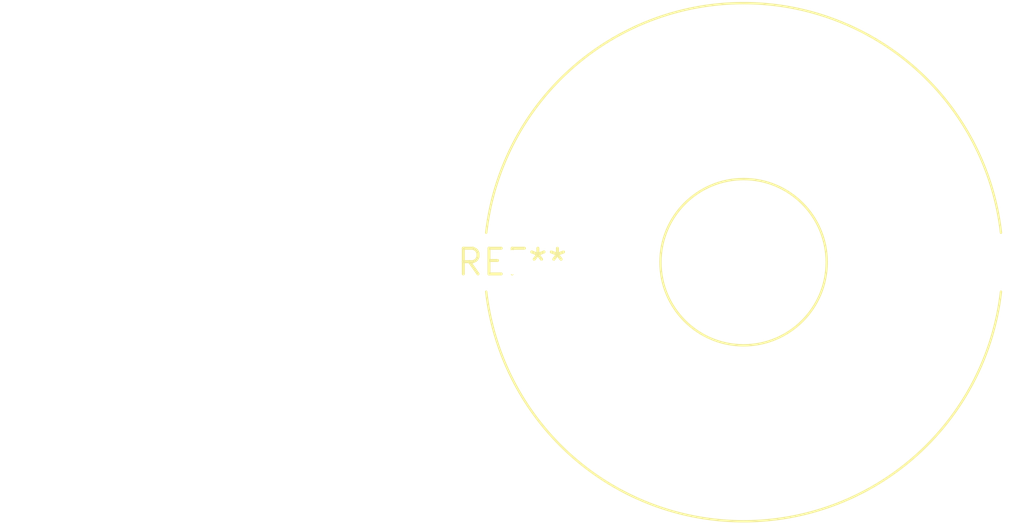
<source format=kicad_pcb>
(kicad_pcb (version 20240108) (generator pcbnew)
  (layers (0 "F.Cu" signal) (31 "B.Cu" signal) (34 "B.Paste" user) (35 "F.Paste" user) (36 "B.SilkS" user "B.Silkscreen") (37 "F.SilkS" user "F.Silkscreen") (38 "B.Mask" user) (39 "F.Mask" user) (44 "Edge.Cuts" user))
  (net 0 "")
  (footprint "L_Toroid_Horizontal_D25.4mm_P22.90mm_Vishay_TJ5" (layer "F.Cu") (at 0 0)
    (property "Reference" "REF**")
    (property "Value" "L_Toroid_Horizontal_D25.4mm_P22.90mm_Vishay_TJ5")
    (fp_arc (start -1.286593 -1.46) (mid 11.45 -12.82) (end 24.186593 -1.46) (layer "F.SilkS") (stroke (width 0.12)))
    (fp_arc (start 24.186593 1.46) (mid 11.45 12.82) (end -1.286593 1.46) (layer "F.SilkS") (stroke (width 0.12)))
    (fp_circle (center 11.45 0) (end 15.563333 0) (layer "F.SilkS") (stroke (width 0.12)) (fill none))
    (pad "1" thru_hole circle (at 0 0) (size 2.4 2.4) (drill 1.2) (layers *.Cu *.Mask) (remove_unused_layers))
    (pad "2" thru_hole circle (at 22.9 0) (size 2.4 2.4) (drill 1.2) (layers *.Cu *.Mask) (remove_unused_layers))
  )
)
</source>
